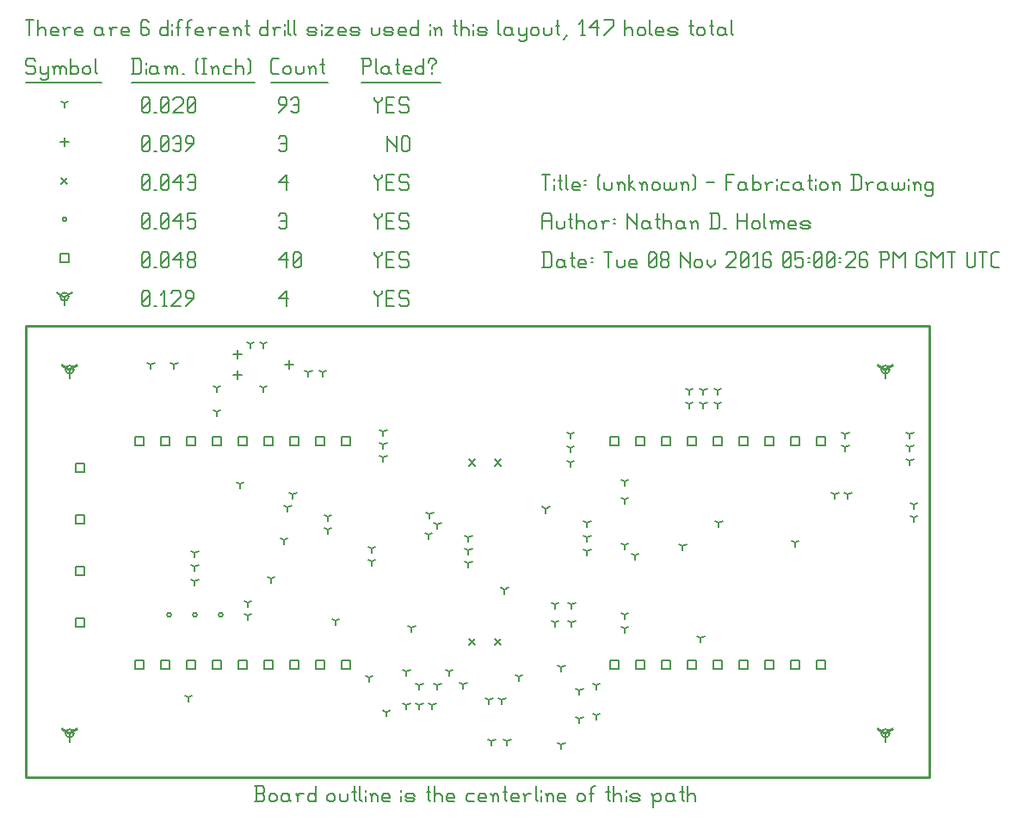
<source format=gbr>
G04 start of page 13 for group -3984 idx -3984 *
G04 Title: (unknown), fab *
G04 Creator: pcb 20140316 *
G04 CreationDate: Tue 08 Nov 2016 05:00:26 PM GMT UTC *
G04 For: ndholmes *
G04 Format: Gerber/RS-274X *
G04 PCB-Dimensions (mil): 3500.00 1750.00 *
G04 PCB-Coordinate-Origin: lower left *
%MOIN*%
%FSLAX25Y25*%
%LNFAB*%
%ADD108C,0.0100*%
%ADD107C,0.0060*%
%ADD106C,0.0001*%
%ADD105R,0.0080X0.0080*%
G54D105*X17000Y17000D02*Y13800D01*
G54D106*G36*
X16454Y17147D02*X19920Y19146D01*
X20320Y18453D01*
X16853Y16454D01*
X16454Y17147D01*
G37*
G36*
X17147Y16454D02*X13680Y18453D01*
X14080Y19146D01*
X17546Y17147D01*
X17147Y16454D01*
G37*
G54D105*X15400Y17000D02*G75*G03X18600Y17000I1600J0D01*G01*
G75*G03X15400Y17000I-1600J0D01*G01*
X333000D02*Y13800D01*
G54D106*G36*
X332454Y17147D02*X335920Y19146D01*
X336320Y18453D01*
X332853Y16454D01*
X332454Y17147D01*
G37*
G36*
X333147Y16454D02*X329680Y18453D01*
X330080Y19146D01*
X333546Y17147D01*
X333147Y16454D01*
G37*
G54D105*X331400Y17000D02*G75*G03X334600Y17000I1600J0D01*G01*
G75*G03X331400Y17000I-1600J0D01*G01*
X333000Y158000D02*Y154800D01*
G54D106*G36*
X332454Y158147D02*X335920Y160146D01*
X336320Y159453D01*
X332853Y157454D01*
X332454Y158147D01*
G37*
G36*
X333147Y157454D02*X329680Y159453D01*
X330080Y160146D01*
X333546Y158147D01*
X333147Y157454D01*
G37*
G54D105*X331400Y158000D02*G75*G03X334600Y158000I1600J0D01*G01*
G75*G03X331400Y158000I-1600J0D01*G01*
X17000D02*Y154800D01*
G54D106*G36*
X16454Y158147D02*X19920Y160146D01*
X20320Y159453D01*
X16853Y157454D01*
X16454Y158147D01*
G37*
G36*
X17147Y157454D02*X13680Y159453D01*
X14080Y160146D01*
X17546Y158147D01*
X17147Y157454D01*
G37*
G54D105*X15400Y158000D02*G75*G03X18600Y158000I1600J0D01*G01*
G75*G03X15400Y158000I-1600J0D01*G01*
X15000Y186250D02*Y183050D01*
G54D106*G36*
X14454Y186397D02*X17920Y188396D01*
X18320Y187703D01*
X14853Y185704D01*
X14454Y186397D01*
G37*
G36*
X15147Y185704D02*X11680Y187703D01*
X12080Y188396D01*
X15546Y186397D01*
X15147Y185704D01*
G37*
G54D105*X13400Y186250D02*G75*G03X16600Y186250I1600J0D01*G01*
G75*G03X13400Y186250I-1600J0D01*G01*
G54D107*X135000Y188500D02*Y187750D01*
X136500Y186250D01*
X138000Y187750D01*
Y188500D02*Y187750D01*
X136500Y186250D02*Y182500D01*
X139800Y185500D02*X142050D01*
X139800Y182500D02*X142800D01*
X139800Y188500D02*Y182500D01*
Y188500D02*X142800D01*
X147600D02*X148350Y187750D01*
X145350Y188500D02*X147600D01*
X144600Y187750D02*X145350Y188500D01*
X144600Y187750D02*Y186250D01*
X145350Y185500D01*
X147600D01*
X148350Y184750D01*
Y183250D01*
X147600Y182500D02*X148350Y183250D01*
X145350Y182500D02*X147600D01*
X144600Y183250D02*X145350Y182500D01*
X98000Y185500D02*X101000Y188500D01*
X98000Y185500D02*X101750D01*
X101000Y188500D02*Y182500D01*
X45000Y183250D02*X45750Y182500D01*
X45000Y187750D02*Y183250D01*
Y187750D02*X45750Y188500D01*
X47250D01*
X48000Y187750D01*
Y183250D01*
X47250Y182500D02*X48000Y183250D01*
X45750Y182500D02*X47250D01*
X45000Y184000D02*X48000Y187000D01*
X49800Y182500D02*X50550D01*
X53100D02*X54600D01*
X53850Y188500D02*Y182500D01*
X52350Y187000D02*X53850Y188500D01*
X56400Y187750D02*X57150Y188500D01*
X59400D01*
X60150Y187750D01*
Y186250D01*
X56400Y182500D02*X60150Y186250D01*
X56400Y182500D02*X60150D01*
X61950D02*X64950Y185500D01*
Y187750D02*Y185500D01*
X64200Y188500D02*X64950Y187750D01*
X62700Y188500D02*X64200D01*
X61950Y187750D02*X62700Y188500D01*
X61950Y187750D02*Y186250D01*
X62700Y185500D01*
X64950D01*
X306400Y45300D02*X309600D01*
X306400D02*Y42100D01*
X309600D01*
Y45300D02*Y42100D01*
X296400Y45300D02*X299600D01*
X296400D02*Y42100D01*
X299600D01*
Y45300D02*Y42100D01*
X286400Y45300D02*X289600D01*
X286400D02*Y42100D01*
X289600D01*
Y45300D02*Y42100D01*
X276400Y45300D02*X279600D01*
X276400D02*Y42100D01*
X279600D01*
Y45300D02*Y42100D01*
X266400Y45300D02*X269600D01*
X266400D02*Y42100D01*
X269600D01*
Y45300D02*Y42100D01*
X256400Y45300D02*X259600D01*
X256400D02*Y42100D01*
X259600D01*
Y45300D02*Y42100D01*
X246400Y45300D02*X249600D01*
X246400D02*Y42100D01*
X249600D01*
Y45300D02*Y42100D01*
X236400Y45300D02*X239600D01*
X236400D02*Y42100D01*
X239600D01*
Y45300D02*Y42100D01*
X226400Y45300D02*X229600D01*
X226400D02*Y42100D01*
X229600D01*
Y45300D02*Y42100D01*
X306400Y131900D02*X309600D01*
X306400D02*Y128700D01*
X309600D01*
Y131900D02*Y128700D01*
X296400Y131900D02*X299600D01*
X296400D02*Y128700D01*
X299600D01*
Y131900D02*Y128700D01*
X286400Y131900D02*X289600D01*
X286400D02*Y128700D01*
X289600D01*
Y131900D02*Y128700D01*
X276400Y131900D02*X279600D01*
X276400D02*Y128700D01*
X279600D01*
Y131900D02*Y128700D01*
X266400Y131900D02*X269600D01*
X266400D02*Y128700D01*
X269600D01*
Y131900D02*Y128700D01*
X256400Y131900D02*X259600D01*
X256400D02*Y128700D01*
X259600D01*
Y131900D02*Y128700D01*
X246400Y131900D02*X249600D01*
X246400D02*Y128700D01*
X249600D01*
Y131900D02*Y128700D01*
X236400Y131900D02*X239600D01*
X236400D02*Y128700D01*
X239600D01*
Y131900D02*Y128700D01*
X226400Y131900D02*X229600D01*
X226400D02*Y128700D01*
X229600D01*
Y131900D02*Y128700D01*
X19400Y121600D02*X22600D01*
X19400D02*Y118400D01*
X22600D01*
Y121600D02*Y118400D01*
X19400Y101600D02*X22600D01*
X19400D02*Y98400D01*
X22600D01*
Y101600D02*Y98400D01*
X19400Y81600D02*X22600D01*
X19400D02*Y78400D01*
X22600D01*
Y81600D02*Y78400D01*
X19400Y61600D02*X22600D01*
X19400D02*Y58400D01*
X22600D01*
Y61600D02*Y58400D01*
X122400Y45300D02*X125600D01*
X122400D02*Y42100D01*
X125600D01*
Y45300D02*Y42100D01*
X112400Y45300D02*X115600D01*
X112400D02*Y42100D01*
X115600D01*
Y45300D02*Y42100D01*
X102400Y45300D02*X105600D01*
X102400D02*Y42100D01*
X105600D01*
Y45300D02*Y42100D01*
X92400Y45300D02*X95600D01*
X92400D02*Y42100D01*
X95600D01*
Y45300D02*Y42100D01*
X82400Y45300D02*X85600D01*
X82400D02*Y42100D01*
X85600D01*
Y45300D02*Y42100D01*
X72400Y45300D02*X75600D01*
X72400D02*Y42100D01*
X75600D01*
Y45300D02*Y42100D01*
X62400Y45300D02*X65600D01*
X62400D02*Y42100D01*
X65600D01*
Y45300D02*Y42100D01*
X52400Y45300D02*X55600D01*
X52400D02*Y42100D01*
X55600D01*
Y45300D02*Y42100D01*
X42400Y45300D02*X45600D01*
X42400D02*Y42100D01*
X45600D01*
Y45300D02*Y42100D01*
X122400Y131900D02*X125600D01*
X122400D02*Y128700D01*
X125600D01*
Y131900D02*Y128700D01*
X112400Y131900D02*X115600D01*
X112400D02*Y128700D01*
X115600D01*
Y131900D02*Y128700D01*
X102400Y131900D02*X105600D01*
X102400D02*Y128700D01*
X105600D01*
Y131900D02*Y128700D01*
X92400Y131900D02*X95600D01*
X92400D02*Y128700D01*
X95600D01*
Y131900D02*Y128700D01*
X82400Y131900D02*X85600D01*
X82400D02*Y128700D01*
X85600D01*
Y131900D02*Y128700D01*
X72400Y131900D02*X75600D01*
X72400D02*Y128700D01*
X75600D01*
Y131900D02*Y128700D01*
X62400Y131900D02*X65600D01*
X62400D02*Y128700D01*
X65600D01*
Y131900D02*Y128700D01*
X52400Y131900D02*X55600D01*
X52400D02*Y128700D01*
X55600D01*
Y131900D02*Y128700D01*
X42400Y131900D02*X45600D01*
X42400D02*Y128700D01*
X45600D01*
Y131900D02*Y128700D01*
X13400Y202850D02*X16600D01*
X13400D02*Y199650D01*
X16600D01*
Y202850D02*Y199650D01*
X135000Y203500D02*Y202750D01*
X136500Y201250D01*
X138000Y202750D01*
Y203500D02*Y202750D01*
X136500Y201250D02*Y197500D01*
X139800Y200500D02*X142050D01*
X139800Y197500D02*X142800D01*
X139800Y203500D02*Y197500D01*
Y203500D02*X142800D01*
X147600D02*X148350Y202750D01*
X145350Y203500D02*X147600D01*
X144600Y202750D02*X145350Y203500D01*
X144600Y202750D02*Y201250D01*
X145350Y200500D01*
X147600D01*
X148350Y199750D01*
Y198250D01*
X147600Y197500D02*X148350Y198250D01*
X145350Y197500D02*X147600D01*
X144600Y198250D02*X145350Y197500D01*
X98000Y200500D02*X101000Y203500D01*
X98000Y200500D02*X101750D01*
X101000Y203500D02*Y197500D01*
X103550Y198250D02*X104300Y197500D01*
X103550Y202750D02*Y198250D01*
Y202750D02*X104300Y203500D01*
X105800D01*
X106550Y202750D01*
Y198250D01*
X105800Y197500D02*X106550Y198250D01*
X104300Y197500D02*X105800D01*
X103550Y199000D02*X106550Y202000D01*
X45000Y198250D02*X45750Y197500D01*
X45000Y202750D02*Y198250D01*
Y202750D02*X45750Y203500D01*
X47250D01*
X48000Y202750D01*
Y198250D01*
X47250Y197500D02*X48000Y198250D01*
X45750Y197500D02*X47250D01*
X45000Y199000D02*X48000Y202000D01*
X49800Y197500D02*X50550D01*
X52350Y198250D02*X53100Y197500D01*
X52350Y202750D02*Y198250D01*
Y202750D02*X53100Y203500D01*
X54600D01*
X55350Y202750D01*
Y198250D01*
X54600Y197500D02*X55350Y198250D01*
X53100Y197500D02*X54600D01*
X52350Y199000D02*X55350Y202000D01*
X57150Y200500D02*X60150Y203500D01*
X57150Y200500D02*X60900D01*
X60150Y203500D02*Y197500D01*
X62700Y198250D02*X63450Y197500D01*
X62700Y199750D02*Y198250D01*
Y199750D02*X63450Y200500D01*
X64950D01*
X65700Y199750D01*
Y198250D01*
X64950Y197500D02*X65700Y198250D01*
X63450Y197500D02*X64950D01*
X62700Y201250D02*X63450Y200500D01*
X62700Y202750D02*Y201250D01*
Y202750D02*X63450Y203500D01*
X64950D01*
X65700Y202750D01*
Y201250D01*
X64950Y200500D02*X65700Y201250D01*
X74700Y63000D02*G75*G03X76300Y63000I800J0D01*G01*
G75*G03X74700Y63000I-800J0D01*G01*
X64700D02*G75*G03X66300Y63000I800J0D01*G01*
G75*G03X64700Y63000I-800J0D01*G01*
X54700D02*G75*G03X56300Y63000I800J0D01*G01*
G75*G03X54700Y63000I-800J0D01*G01*
X14200Y216250D02*G75*G03X15800Y216250I800J0D01*G01*
G75*G03X14200Y216250I-800J0D01*G01*
X135000Y218500D02*Y217750D01*
X136500Y216250D01*
X138000Y217750D01*
Y218500D02*Y217750D01*
X136500Y216250D02*Y212500D01*
X139800Y215500D02*X142050D01*
X139800Y212500D02*X142800D01*
X139800Y218500D02*Y212500D01*
Y218500D02*X142800D01*
X147600D02*X148350Y217750D01*
X145350Y218500D02*X147600D01*
X144600Y217750D02*X145350Y218500D01*
X144600Y217750D02*Y216250D01*
X145350Y215500D01*
X147600D01*
X148350Y214750D01*
Y213250D01*
X147600Y212500D02*X148350Y213250D01*
X145350Y212500D02*X147600D01*
X144600Y213250D02*X145350Y212500D01*
X98000Y217750D02*X98750Y218500D01*
X100250D01*
X101000Y217750D01*
Y213250D01*
X100250Y212500D02*X101000Y213250D01*
X98750Y212500D02*X100250D01*
X98000Y213250D02*X98750Y212500D01*
Y215500D02*X101000D01*
X45000Y213250D02*X45750Y212500D01*
X45000Y217750D02*Y213250D01*
Y217750D02*X45750Y218500D01*
X47250D01*
X48000Y217750D01*
Y213250D01*
X47250Y212500D02*X48000Y213250D01*
X45750Y212500D02*X47250D01*
X45000Y214000D02*X48000Y217000D01*
X49800Y212500D02*X50550D01*
X52350Y213250D02*X53100Y212500D01*
X52350Y217750D02*Y213250D01*
Y217750D02*X53100Y218500D01*
X54600D01*
X55350Y217750D01*
Y213250D01*
X54600Y212500D02*X55350Y213250D01*
X53100Y212500D02*X54600D01*
X52350Y214000D02*X55350Y217000D01*
X57150Y215500D02*X60150Y218500D01*
X57150Y215500D02*X60900D01*
X60150Y218500D02*Y212500D01*
X62700Y218500D02*X65700D01*
X62700D02*Y215500D01*
X63450Y216250D01*
X64950D01*
X65700Y215500D01*
Y213250D01*
X64950Y212500D02*X65700Y213250D01*
X63450Y212500D02*X64950D01*
X62700Y213250D02*X63450Y212500D01*
X171800Y123200D02*X174200Y120800D01*
X171800D02*X174200Y123200D01*
X181800D02*X184200Y120800D01*
X181800D02*X184200Y123200D01*
X171800Y53700D02*X174200Y51300D01*
X171800D02*X174200Y53700D01*
X181800D02*X184200Y51300D01*
X181800D02*X184200Y53700D01*
X13800Y232450D02*X16200Y230050D01*
X13800D02*X16200Y232450D01*
X135000Y233500D02*Y232750D01*
X136500Y231250D01*
X138000Y232750D01*
Y233500D02*Y232750D01*
X136500Y231250D02*Y227500D01*
X139800Y230500D02*X142050D01*
X139800Y227500D02*X142800D01*
X139800Y233500D02*Y227500D01*
Y233500D02*X142800D01*
X147600D02*X148350Y232750D01*
X145350Y233500D02*X147600D01*
X144600Y232750D02*X145350Y233500D01*
X144600Y232750D02*Y231250D01*
X145350Y230500D01*
X147600D01*
X148350Y229750D01*
Y228250D01*
X147600Y227500D02*X148350Y228250D01*
X145350Y227500D02*X147600D01*
X144600Y228250D02*X145350Y227500D01*
X98000Y230500D02*X101000Y233500D01*
X98000Y230500D02*X101750D01*
X101000Y233500D02*Y227500D01*
X45000Y228250D02*X45750Y227500D01*
X45000Y232750D02*Y228250D01*
Y232750D02*X45750Y233500D01*
X47250D01*
X48000Y232750D01*
Y228250D01*
X47250Y227500D02*X48000Y228250D01*
X45750Y227500D02*X47250D01*
X45000Y229000D02*X48000Y232000D01*
X49800Y227500D02*X50550D01*
X52350Y228250D02*X53100Y227500D01*
X52350Y232750D02*Y228250D01*
Y232750D02*X53100Y233500D01*
X54600D01*
X55350Y232750D01*
Y228250D01*
X54600Y227500D02*X55350Y228250D01*
X53100Y227500D02*X54600D01*
X52350Y229000D02*X55350Y232000D01*
X57150Y230500D02*X60150Y233500D01*
X57150Y230500D02*X60900D01*
X60150Y233500D02*Y227500D01*
X62700Y232750D02*X63450Y233500D01*
X64950D01*
X65700Y232750D01*
Y228250D01*
X64950Y227500D02*X65700Y228250D01*
X63450Y227500D02*X64950D01*
X62700Y228250D02*X63450Y227500D01*
Y230500D02*X65700D01*
X102000Y161600D02*Y158400D01*
X100400Y160000D02*X103600D01*
X82000Y157600D02*Y154400D01*
X80400Y156000D02*X83600D01*
X82000Y165600D02*Y162400D01*
X80400Y164000D02*X83600D01*
X15000Y247850D02*Y244650D01*
X13400Y246250D02*X16600D01*
X140000Y248500D02*Y242500D01*
Y248500D02*Y247750D01*
X143750Y244000D01*
Y248500D02*Y242500D01*
X145550Y247750D02*Y243250D01*
Y247750D02*X146300Y248500D01*
X147800D01*
X148550Y247750D01*
Y243250D01*
X147800Y242500D02*X148550Y243250D01*
X146300Y242500D02*X147800D01*
X145550Y243250D02*X146300Y242500D01*
X98000Y247750D02*X98750Y248500D01*
X100250D01*
X101000Y247750D01*
Y243250D01*
X100250Y242500D02*X101000Y243250D01*
X98750Y242500D02*X100250D01*
X98000Y243250D02*X98750Y242500D01*
Y245500D02*X101000D01*
X45000Y243250D02*X45750Y242500D01*
X45000Y247750D02*Y243250D01*
Y247750D02*X45750Y248500D01*
X47250D01*
X48000Y247750D01*
Y243250D01*
X47250Y242500D02*X48000Y243250D01*
X45750Y242500D02*X47250D01*
X45000Y244000D02*X48000Y247000D01*
X49800Y242500D02*X50550D01*
X52350Y243250D02*X53100Y242500D01*
X52350Y247750D02*Y243250D01*
Y247750D02*X53100Y248500D01*
X54600D01*
X55350Y247750D01*
Y243250D01*
X54600Y242500D02*X55350Y243250D01*
X53100Y242500D02*X54600D01*
X52350Y244000D02*X55350Y247000D01*
X57150Y247750D02*X57900Y248500D01*
X59400D01*
X60150Y247750D01*
Y243250D01*
X59400Y242500D02*X60150Y243250D01*
X57900Y242500D02*X59400D01*
X57150Y243250D02*X57900Y242500D01*
Y245500D02*X60150D01*
X61950Y242500D02*X64950Y245500D01*
Y247750D02*Y245500D01*
X64200Y248500D02*X64950Y247750D01*
X62700Y248500D02*X64200D01*
X61950Y247750D02*X62700Y248500D01*
X61950Y247750D02*Y246250D01*
X62700Y245500D01*
X64950D01*
X120000Y60500D02*Y58900D01*
Y60500D02*X121387Y61300D01*
X120000Y60500D02*X118613Y61300D01*
X117000Y96000D02*Y94400D01*
Y96000D02*X118387Y96800D01*
X117000Y96000D02*X115613Y96800D01*
X117000Y101000D02*Y99400D01*
Y101000D02*X118387Y101800D01*
X117000Y101000D02*X115613Y101800D01*
X65500Y87000D02*Y85400D01*
Y87000D02*X66887Y87800D01*
X65500Y87000D02*X64113Y87800D01*
X65500Y81500D02*Y79900D01*
Y81500D02*X66887Y82300D01*
X65500Y81500D02*X64113Y82300D01*
X65500Y76000D02*Y74400D01*
Y76000D02*X66887Y76800D01*
X65500Y76000D02*X64113Y76800D01*
X63000Y31000D02*Y29400D01*
Y31000D02*X64387Y31800D01*
X63000Y31000D02*X61613Y31800D01*
X139700Y25100D02*Y23500D01*
Y25100D02*X141087Y25900D01*
X139700Y25100D02*X138313Y25900D01*
X169500Y36000D02*Y34400D01*
Y36000D02*X170887Y36800D01*
X169500Y36000D02*X168113Y36800D01*
X157500Y28000D02*Y26400D01*
Y28000D02*X158887Y28800D01*
X157500Y28000D02*X156113Y28800D01*
X152500Y28000D02*Y26400D01*
Y28000D02*X153887Y28800D01*
X152500Y28000D02*X151113Y28800D01*
X147500Y28000D02*Y26400D01*
Y28000D02*X148887Y28800D01*
X147500Y28000D02*X146113Y28800D01*
X147500Y41000D02*Y39400D01*
Y41000D02*X148887Y41800D01*
X147500Y41000D02*X146113Y41800D01*
X152500Y35500D02*Y33900D01*
Y35500D02*X153887Y36300D01*
X152500Y35500D02*X151113Y36300D01*
X57500Y160000D02*Y158400D01*
Y160000D02*X58887Y160800D01*
X57500Y160000D02*X56113Y160800D01*
X48500Y160000D02*Y158400D01*
Y160000D02*X49887Y160800D01*
X48500Y160000D02*X47113Y160800D01*
X109500Y157000D02*Y155400D01*
Y157000D02*X110887Y157800D01*
X109500Y157000D02*X108113Y157800D01*
X115000Y157000D02*Y155400D01*
Y157000D02*X116387Y157800D01*
X115000Y157000D02*X113613Y157800D01*
X74000Y151000D02*Y149400D01*
Y151000D02*X75387Y151800D01*
X74000Y151000D02*X72613Y151800D01*
X87000Y168000D02*Y166400D01*
Y168000D02*X88387Y168800D01*
X87000Y168000D02*X85613Y168800D01*
X74000Y141500D02*Y139900D01*
Y141500D02*X75387Y142300D01*
X74000Y141500D02*X72613Y142300D01*
X133000Y38500D02*Y36900D01*
Y38500D02*X134387Y39300D01*
X133000Y38500D02*X131613Y39300D01*
X134000Y88500D02*Y86900D01*
Y88500D02*X135387Y89300D01*
X134000Y88500D02*X132613Y89300D01*
X134000Y83500D02*Y81900D01*
Y83500D02*X135387Y84300D01*
X134000Y83500D02*X132613Y84300D01*
X86000Y62500D02*Y60900D01*
Y62500D02*X87387Y63300D01*
X86000Y62500D02*X84613Y63300D01*
X86000Y67500D02*Y65900D01*
Y67500D02*X87387Y68300D01*
X86000Y67500D02*X84613Y68300D01*
X95000Y77000D02*Y75400D01*
Y77000D02*X96387Y77800D01*
X95000Y77000D02*X93613Y77800D01*
X83000Y113500D02*Y111900D01*
Y113500D02*X84387Y114300D01*
X83000Y113500D02*X81613Y114300D01*
X103500Y109500D02*Y107900D01*
Y109500D02*X104887Y110300D01*
X103500Y109500D02*X102113Y110300D01*
X101500Y104500D02*Y102900D01*
Y104500D02*X102887Y105300D01*
X101500Y104500D02*X100113Y105300D01*
X100000Y92000D02*Y90400D01*
Y92000D02*X101387Y92800D01*
X100000Y92000D02*X98613Y92800D01*
X138500Y124000D02*Y122400D01*
Y124000D02*X139887Y124800D01*
X138500Y124000D02*X137113Y124800D01*
X92000Y168000D02*Y166400D01*
Y168000D02*X93387Y168800D01*
X92000Y168000D02*X90613Y168800D01*
X92000Y151000D02*Y149400D01*
Y151000D02*X93387Y151800D01*
X92000Y151000D02*X90613Y151800D01*
X156500Y102000D02*Y100400D01*
Y102000D02*X157887Y102800D01*
X156500Y102000D02*X155113Y102800D01*
X159500Y98000D02*Y96400D01*
Y98000D02*X160887Y98800D01*
X159500Y98000D02*X158113Y98800D01*
X156000Y94000D02*Y92400D01*
Y94000D02*X157387Y94800D01*
X156000Y94000D02*X154613Y94800D01*
X149500Y58000D02*Y56400D01*
Y58000D02*X150887Y58800D01*
X149500Y58000D02*X148113Y58800D01*
X201500Y104043D02*Y102443D01*
Y104043D02*X202887Y104843D01*
X201500Y104043D02*X200113Y104843D01*
X211000Y133000D02*Y131400D01*
Y133000D02*X212387Y133800D01*
X211000Y133000D02*X209613Y133800D01*
X211000Y127500D02*Y125900D01*
Y127500D02*X212387Y128300D01*
X211000Y127500D02*X209613Y128300D01*
X211000Y122000D02*Y120400D01*
Y122000D02*X212387Y122800D01*
X211000Y122000D02*X209613Y122800D01*
X171500Y88000D02*Y86400D01*
Y88000D02*X172887Y88800D01*
X171500Y88000D02*X170113Y88800D01*
X317500Y128000D02*Y126400D01*
Y128000D02*X318887Y128800D01*
X317500Y128000D02*X316113Y128800D01*
X317500Y133000D02*Y131400D01*
Y133000D02*X318887Y133800D01*
X317500Y133000D02*X316113Y133800D01*
X342500Y133000D02*Y131400D01*
Y133000D02*X343887Y133800D01*
X342500Y133000D02*X341113Y133800D01*
X342500Y128000D02*Y126400D01*
Y128000D02*X343887Y128800D01*
X342500Y128000D02*X341113Y128800D01*
X342500Y122500D02*Y120900D01*
Y122500D02*X343887Y123300D01*
X342500Y122500D02*X341113Y123300D01*
X257000Y150000D02*Y148400D01*
Y150000D02*X258387Y150800D01*
X257000Y150000D02*X255613Y150800D01*
X262500Y150000D02*Y148400D01*
Y150000D02*X263887Y150800D01*
X262500Y150000D02*X261113Y150800D01*
X268000Y150000D02*Y148400D01*
Y150000D02*X269387Y150800D01*
X268000Y150000D02*X266613Y150800D01*
X257000Y144500D02*Y142900D01*
Y144500D02*X258387Y145300D01*
X257000Y144500D02*X255613Y145300D01*
X262500Y144500D02*Y142900D01*
Y144500D02*X263887Y145300D01*
X262500Y144500D02*X261113Y145300D01*
X268000Y144500D02*Y142900D01*
Y144500D02*X269387Y145300D01*
X268000Y144500D02*X266613Y145300D01*
X344000Y100500D02*Y98900D01*
Y100500D02*X345387Y101300D01*
X344000Y100500D02*X342613Y101300D01*
X232000Y114500D02*Y112900D01*
Y114500D02*X233387Y115300D01*
X232000Y114500D02*X230613Y115300D01*
X232000Y107500D02*Y105900D01*
Y107500D02*X233387Y108300D01*
X232000Y107500D02*X230613Y108300D01*
X344000Y105500D02*Y103900D01*
Y105500D02*X345387Y106300D01*
X344000Y105500D02*X342613Y106300D01*
X207500Y42500D02*Y40900D01*
Y42500D02*X208887Y43300D01*
X207500Y42500D02*X206113Y43300D01*
X318500Y109500D02*Y107900D01*
Y109500D02*X319887Y110300D01*
X318500Y109500D02*X317113Y110300D01*
X268500Y98500D02*Y96900D01*
Y98500D02*X269887Y99300D01*
X268500Y98500D02*X267113Y99300D01*
X298000Y91000D02*Y89400D01*
Y91000D02*X299387Y91800D01*
X298000Y91000D02*X296613Y91800D01*
X217500Y98500D02*Y96900D01*
Y98500D02*X218887Y99300D01*
X217500Y98500D02*X216113Y99300D01*
X217500Y93000D02*Y91400D01*
Y93000D02*X218887Y93800D01*
X217500Y93000D02*X216113Y93800D01*
X217500Y87500D02*Y85900D01*
Y87500D02*X218887Y88300D01*
X217500Y87500D02*X216113Y88300D01*
X232000Y90000D02*Y88400D01*
Y90000D02*X233387Y90800D01*
X232000Y90000D02*X230613Y90800D01*
X236000Y86000D02*Y84400D01*
Y86000D02*X237387Y86800D01*
X236000Y86000D02*X234613Y86800D01*
X232000Y63000D02*Y61400D01*
Y63000D02*X233387Y63800D01*
X232000Y63000D02*X230613Y63800D01*
X232000Y57500D02*Y55900D01*
Y57500D02*X233387Y58300D01*
X232000Y57500D02*X230613Y58300D01*
X254500Y89500D02*Y87900D01*
Y89500D02*X255887Y90300D01*
X254500Y89500D02*X253113Y90300D01*
X261500Y54000D02*Y52400D01*
Y54000D02*X262887Y54800D01*
X261500Y54000D02*X260113Y54800D01*
X313500Y109500D02*Y107900D01*
Y109500D02*X314887Y110300D01*
X313500Y109500D02*X312113Y110300D01*
X138500Y134000D02*Y132400D01*
Y134000D02*X139887Y134800D01*
X138500Y134000D02*X137113Y134800D01*
X138500Y129000D02*Y127400D01*
Y129000D02*X139887Y129800D01*
X138500Y129000D02*X137113Y129800D01*
X171500Y93000D02*Y91400D01*
Y93000D02*X172887Y93800D01*
X171500Y93000D02*X170113Y93800D01*
X171500Y83000D02*Y81400D01*
Y83000D02*X172887Y83800D01*
X171500Y83000D02*X170113Y83800D01*
X185500Y72700D02*Y71100D01*
Y72700D02*X186887Y73500D01*
X185500Y72700D02*X184113Y73500D01*
X205000Y67000D02*Y65400D01*
Y67000D02*X206387Y67800D01*
X205000Y67000D02*X203613Y67800D01*
X211500Y67000D02*Y65400D01*
Y67000D02*X212887Y67800D01*
X211500Y67000D02*X210113Y67800D01*
X211500Y60000D02*Y58400D01*
Y60000D02*X212887Y60800D01*
X211500Y60000D02*X210113Y60800D01*
X205000Y60000D02*Y58400D01*
Y60000D02*X206387Y60800D01*
X205000Y60000D02*X203613Y60800D01*
X180500Y14000D02*Y12400D01*
Y14000D02*X181887Y14800D01*
X180500Y14000D02*X179113Y14800D01*
X179500Y30000D02*Y28400D01*
Y30000D02*X180887Y30800D01*
X179500Y30000D02*X178113Y30800D01*
X184500Y30000D02*Y28400D01*
Y30000D02*X185887Y30800D01*
X184500Y30000D02*X183113Y30800D01*
X164000Y41000D02*Y39400D01*
Y41000D02*X165387Y41800D01*
X164000Y41000D02*X162613Y41800D01*
X159500Y35500D02*Y33900D01*
Y35500D02*X160887Y36300D01*
X159500Y35500D02*X158113Y36300D01*
X214500Y33500D02*Y31900D01*
Y33500D02*X215887Y34300D01*
X214500Y33500D02*X213113Y34300D01*
X221000Y35500D02*Y33900D01*
Y35500D02*X222387Y36300D01*
X221000Y35500D02*X219613Y36300D01*
X221000Y24000D02*Y22400D01*
Y24000D02*X222387Y24800D01*
X221000Y24000D02*X219613Y24800D01*
X214500Y22500D02*Y20900D01*
Y22500D02*X215887Y23300D01*
X214500Y22500D02*X213113Y23300D01*
X191000Y39000D02*Y37400D01*
Y39000D02*X192387Y39800D01*
X191000Y39000D02*X189613Y39800D01*
X186500Y14000D02*Y12400D01*
Y14000D02*X187887Y14800D01*
X186500Y14000D02*X185113Y14800D01*
X207500Y12500D02*Y10900D01*
Y12500D02*X208887Y13300D01*
X207500Y12500D02*X206113Y13300D01*
X15000Y261250D02*Y259650D01*
Y261250D02*X16387Y262050D01*
X15000Y261250D02*X13613Y262050D01*
X135000Y263500D02*Y262750D01*
X136500Y261250D01*
X138000Y262750D01*
Y263500D02*Y262750D01*
X136500Y261250D02*Y257500D01*
X139800Y260500D02*X142050D01*
X139800Y257500D02*X142800D01*
X139800Y263500D02*Y257500D01*
Y263500D02*X142800D01*
X147600D02*X148350Y262750D01*
X145350Y263500D02*X147600D01*
X144600Y262750D02*X145350Y263500D01*
X144600Y262750D02*Y261250D01*
X145350Y260500D01*
X147600D01*
X148350Y259750D01*
Y258250D01*
X147600Y257500D02*X148350Y258250D01*
X145350Y257500D02*X147600D01*
X144600Y258250D02*X145350Y257500D01*
X98000D02*X101000Y260500D01*
Y262750D02*Y260500D01*
X100250Y263500D02*X101000Y262750D01*
X98750Y263500D02*X100250D01*
X98000Y262750D02*X98750Y263500D01*
X98000Y262750D02*Y261250D01*
X98750Y260500D01*
X101000D01*
X102800Y262750D02*X103550Y263500D01*
X105050D01*
X105800Y262750D01*
Y258250D01*
X105050Y257500D02*X105800Y258250D01*
X103550Y257500D02*X105050D01*
X102800Y258250D02*X103550Y257500D01*
Y260500D02*X105800D01*
X45000Y258250D02*X45750Y257500D01*
X45000Y262750D02*Y258250D01*
Y262750D02*X45750Y263500D01*
X47250D01*
X48000Y262750D01*
Y258250D01*
X47250Y257500D02*X48000Y258250D01*
X45750Y257500D02*X47250D01*
X45000Y259000D02*X48000Y262000D01*
X49800Y257500D02*X50550D01*
X52350Y258250D02*X53100Y257500D01*
X52350Y262750D02*Y258250D01*
Y262750D02*X53100Y263500D01*
X54600D01*
X55350Y262750D01*
Y258250D01*
X54600Y257500D02*X55350Y258250D01*
X53100Y257500D02*X54600D01*
X52350Y259000D02*X55350Y262000D01*
X57150Y262750D02*X57900Y263500D01*
X60150D01*
X60900Y262750D01*
Y261250D01*
X57150Y257500D02*X60900Y261250D01*
X57150Y257500D02*X60900D01*
X62700Y258250D02*X63450Y257500D01*
X62700Y262750D02*Y258250D01*
Y262750D02*X63450Y263500D01*
X64950D01*
X65700Y262750D01*
Y258250D01*
X64950Y257500D02*X65700Y258250D01*
X63450Y257500D02*X64950D01*
X62700Y259000D02*X65700Y262000D01*
X3000Y278500D02*X3750Y277750D01*
X750Y278500D02*X3000D01*
X0Y277750D02*X750Y278500D01*
X0Y277750D02*Y276250D01*
X750Y275500D01*
X3000D01*
X3750Y274750D01*
Y273250D01*
X3000Y272500D02*X3750Y273250D01*
X750Y272500D02*X3000D01*
X0Y273250D02*X750Y272500D01*
X5550Y275500D02*Y273250D01*
X6300Y272500D01*
X8550Y275500D02*Y271000D01*
X7800Y270250D02*X8550Y271000D01*
X6300Y270250D02*X7800D01*
X5550Y271000D02*X6300Y270250D01*
Y272500D02*X7800D01*
X8550Y273250D01*
X11100Y274750D02*Y272500D01*
Y274750D02*X11850Y275500D01*
X12600D01*
X13350Y274750D01*
Y272500D01*
Y274750D02*X14100Y275500D01*
X14850D01*
X15600Y274750D01*
Y272500D01*
X10350Y275500D02*X11100Y274750D01*
X17400Y278500D02*Y272500D01*
Y273250D02*X18150Y272500D01*
X19650D01*
X20400Y273250D01*
Y274750D02*Y273250D01*
X19650Y275500D02*X20400Y274750D01*
X18150Y275500D02*X19650D01*
X17400Y274750D02*X18150Y275500D01*
X22200Y274750D02*Y273250D01*
Y274750D02*X22950Y275500D01*
X24450D01*
X25200Y274750D01*
Y273250D01*
X24450Y272500D02*X25200Y273250D01*
X22950Y272500D02*X24450D01*
X22200Y273250D02*X22950Y272500D01*
X27000Y278500D02*Y273250D01*
X27750Y272500D01*
X0Y269250D02*X29250D01*
X41750Y278500D02*Y272500D01*
X44000Y278500D02*X44750Y277750D01*
Y273250D01*
X44000Y272500D02*X44750Y273250D01*
X41000Y272500D02*X44000D01*
X41000Y278500D02*X44000D01*
X46550Y277000D02*Y276250D01*
Y274750D02*Y272500D01*
X50300Y275500D02*X51050Y274750D01*
X48800Y275500D02*X50300D01*
X48050Y274750D02*X48800Y275500D01*
X48050Y274750D02*Y273250D01*
X48800Y272500D01*
X51050Y275500D02*Y273250D01*
X51800Y272500D01*
X48800D02*X50300D01*
X51050Y273250D01*
X54350Y274750D02*Y272500D01*
Y274750D02*X55100Y275500D01*
X55850D01*
X56600Y274750D01*
Y272500D01*
Y274750D02*X57350Y275500D01*
X58100D01*
X58850Y274750D01*
Y272500D01*
X53600Y275500D02*X54350Y274750D01*
X60650Y272500D02*X61400D01*
X65900Y273250D02*X66650Y272500D01*
X65900Y277750D02*X66650Y278500D01*
X65900Y277750D02*Y273250D01*
X68450Y278500D02*X69950D01*
X69200D02*Y272500D01*
X68450D02*X69950D01*
X72500Y274750D02*Y272500D01*
Y274750D02*X73250Y275500D01*
X74000D01*
X74750Y274750D01*
Y272500D01*
X71750Y275500D02*X72500Y274750D01*
X77300Y275500D02*X79550D01*
X76550Y274750D02*X77300Y275500D01*
X76550Y274750D02*Y273250D01*
X77300Y272500D01*
X79550D01*
X81350Y278500D02*Y272500D01*
Y274750D02*X82100Y275500D01*
X83600D01*
X84350Y274750D01*
Y272500D01*
X86150Y278500D02*X86900Y277750D01*
Y273250D01*
X86150Y272500D02*X86900Y273250D01*
X41000Y269250D02*X88700D01*
X95750Y272500D02*X98000D01*
X95000Y273250D02*X95750Y272500D01*
X95000Y277750D02*Y273250D01*
Y277750D02*X95750Y278500D01*
X98000D01*
X99800Y274750D02*Y273250D01*
Y274750D02*X100550Y275500D01*
X102050D01*
X102800Y274750D01*
Y273250D01*
X102050Y272500D02*X102800Y273250D01*
X100550Y272500D02*X102050D01*
X99800Y273250D02*X100550Y272500D01*
X104600Y275500D02*Y273250D01*
X105350Y272500D01*
X106850D01*
X107600Y273250D01*
Y275500D02*Y273250D01*
X110150Y274750D02*Y272500D01*
Y274750D02*X110900Y275500D01*
X111650D01*
X112400Y274750D01*
Y272500D01*
X109400Y275500D02*X110150Y274750D01*
X114950Y278500D02*Y273250D01*
X115700Y272500D01*
X114200Y276250D02*X115700D01*
X95000Y269250D02*X117200D01*
X130750Y278500D02*Y272500D01*
X130000Y278500D02*X133000D01*
X133750Y277750D01*
Y276250D01*
X133000Y275500D02*X133750Y276250D01*
X130750Y275500D02*X133000D01*
X135550Y278500D02*Y273250D01*
X136300Y272500D01*
X140050Y275500D02*X140800Y274750D01*
X138550Y275500D02*X140050D01*
X137800Y274750D02*X138550Y275500D01*
X137800Y274750D02*Y273250D01*
X138550Y272500D01*
X140800Y275500D02*Y273250D01*
X141550Y272500D01*
X138550D02*X140050D01*
X140800Y273250D01*
X144100Y278500D02*Y273250D01*
X144850Y272500D01*
X143350Y276250D02*X144850D01*
X147100Y272500D02*X149350D01*
X146350Y273250D02*X147100Y272500D01*
X146350Y274750D02*Y273250D01*
Y274750D02*X147100Y275500D01*
X148600D01*
X149350Y274750D01*
X146350Y274000D02*X149350D01*
Y274750D02*Y274000D01*
X154150Y278500D02*Y272500D01*
X153400D02*X154150Y273250D01*
X151900Y272500D02*X153400D01*
X151150Y273250D02*X151900Y272500D01*
X151150Y274750D02*Y273250D01*
Y274750D02*X151900Y275500D01*
X153400D01*
X154150Y274750D01*
X157450Y275500D02*Y274750D01*
Y273250D02*Y272500D01*
X155950Y277750D02*Y277000D01*
Y277750D02*X156700Y278500D01*
X158200D01*
X158950Y277750D01*
Y277000D01*
X157450Y275500D02*X158950Y277000D01*
X130000Y269250D02*X160750D01*
X0Y293500D02*X3000D01*
X1500D02*Y287500D01*
X4800Y293500D02*Y287500D01*
Y289750D02*X5550Y290500D01*
X7050D01*
X7800Y289750D01*
Y287500D01*
X10350D02*X12600D01*
X9600Y288250D02*X10350Y287500D01*
X9600Y289750D02*Y288250D01*
Y289750D02*X10350Y290500D01*
X11850D01*
X12600Y289750D01*
X9600Y289000D02*X12600D01*
Y289750D02*Y289000D01*
X15150Y289750D02*Y287500D01*
Y289750D02*X15900Y290500D01*
X17400D01*
X14400D02*X15150Y289750D01*
X19950Y287500D02*X22200D01*
X19200Y288250D02*X19950Y287500D01*
X19200Y289750D02*Y288250D01*
Y289750D02*X19950Y290500D01*
X21450D01*
X22200Y289750D01*
X19200Y289000D02*X22200D01*
Y289750D02*Y289000D01*
X28950Y290500D02*X29700Y289750D01*
X27450Y290500D02*X28950D01*
X26700Y289750D02*X27450Y290500D01*
X26700Y289750D02*Y288250D01*
X27450Y287500D01*
X29700Y290500D02*Y288250D01*
X30450Y287500D01*
X27450D02*X28950D01*
X29700Y288250D01*
X33000Y289750D02*Y287500D01*
Y289750D02*X33750Y290500D01*
X35250D01*
X32250D02*X33000Y289750D01*
X37800Y287500D02*X40050D01*
X37050Y288250D02*X37800Y287500D01*
X37050Y289750D02*Y288250D01*
Y289750D02*X37800Y290500D01*
X39300D01*
X40050Y289750D01*
X37050Y289000D02*X40050D01*
Y289750D02*Y289000D01*
X46800Y293500D02*X47550Y292750D01*
X45300Y293500D02*X46800D01*
X44550Y292750D02*X45300Y293500D01*
X44550Y292750D02*Y288250D01*
X45300Y287500D01*
X46800Y290500D02*X47550Y289750D01*
X44550Y290500D02*X46800D01*
X45300Y287500D02*X46800D01*
X47550Y288250D01*
Y289750D02*Y288250D01*
X55050Y293500D02*Y287500D01*
X54300D02*X55050Y288250D01*
X52800Y287500D02*X54300D01*
X52050Y288250D02*X52800Y287500D01*
X52050Y289750D02*Y288250D01*
Y289750D02*X52800Y290500D01*
X54300D01*
X55050Y289750D01*
X56850Y292000D02*Y291250D01*
Y289750D02*Y287500D01*
X59100Y292750D02*Y287500D01*
Y292750D02*X59850Y293500D01*
X60600D01*
X58350Y290500D02*X59850D01*
X62850Y292750D02*Y287500D01*
Y292750D02*X63600Y293500D01*
X64350D01*
X62100Y290500D02*X63600D01*
X66600Y287500D02*X68850D01*
X65850Y288250D02*X66600Y287500D01*
X65850Y289750D02*Y288250D01*
Y289750D02*X66600Y290500D01*
X68100D01*
X68850Y289750D01*
X65850Y289000D02*X68850D01*
Y289750D02*Y289000D01*
X71400Y289750D02*Y287500D01*
Y289750D02*X72150Y290500D01*
X73650D01*
X70650D02*X71400Y289750D01*
X76200Y287500D02*X78450D01*
X75450Y288250D02*X76200Y287500D01*
X75450Y289750D02*Y288250D01*
Y289750D02*X76200Y290500D01*
X77700D01*
X78450Y289750D01*
X75450Y289000D02*X78450D01*
Y289750D02*Y289000D01*
X81000Y289750D02*Y287500D01*
Y289750D02*X81750Y290500D01*
X82500D01*
X83250Y289750D01*
Y287500D01*
X80250Y290500D02*X81000Y289750D01*
X85800Y293500D02*Y288250D01*
X86550Y287500D01*
X85050Y291250D02*X86550D01*
X93750Y293500D02*Y287500D01*
X93000D02*X93750Y288250D01*
X91500Y287500D02*X93000D01*
X90750Y288250D02*X91500Y287500D01*
X90750Y289750D02*Y288250D01*
Y289750D02*X91500Y290500D01*
X93000D01*
X93750Y289750D01*
X96300D02*Y287500D01*
Y289750D02*X97050Y290500D01*
X98550D01*
X95550D02*X96300Y289750D01*
X100350Y292000D02*Y291250D01*
Y289750D02*Y287500D01*
X101850Y293500D02*Y288250D01*
X102600Y287500D01*
X104100Y293500D02*Y288250D01*
X104850Y287500D01*
X109800D02*X112050D01*
X112800Y288250D01*
X112050Y289000D02*X112800Y288250D01*
X109800Y289000D02*X112050D01*
X109050Y289750D02*X109800Y289000D01*
X109050Y289750D02*X109800Y290500D01*
X112050D01*
X112800Y289750D01*
X109050Y288250D02*X109800Y287500D01*
X114600Y292000D02*Y291250D01*
Y289750D02*Y287500D01*
X116100Y290500D02*X119100D01*
X116100Y287500D02*X119100Y290500D01*
X116100Y287500D02*X119100D01*
X121650D02*X123900D01*
X120900Y288250D02*X121650Y287500D01*
X120900Y289750D02*Y288250D01*
Y289750D02*X121650Y290500D01*
X123150D01*
X123900Y289750D01*
X120900Y289000D02*X123900D01*
Y289750D02*Y289000D01*
X126450Y287500D02*X128700D01*
X129450Y288250D01*
X128700Y289000D02*X129450Y288250D01*
X126450Y289000D02*X128700D01*
X125700Y289750D02*X126450Y289000D01*
X125700Y289750D02*X126450Y290500D01*
X128700D01*
X129450Y289750D01*
X125700Y288250D02*X126450Y287500D01*
X133950Y290500D02*Y288250D01*
X134700Y287500D01*
X136200D01*
X136950Y288250D01*
Y290500D02*Y288250D01*
X139500Y287500D02*X141750D01*
X142500Y288250D01*
X141750Y289000D02*X142500Y288250D01*
X139500Y289000D02*X141750D01*
X138750Y289750D02*X139500Y289000D01*
X138750Y289750D02*X139500Y290500D01*
X141750D01*
X142500Y289750D01*
X138750Y288250D02*X139500Y287500D01*
X145050D02*X147300D01*
X144300Y288250D02*X145050Y287500D01*
X144300Y289750D02*Y288250D01*
Y289750D02*X145050Y290500D01*
X146550D01*
X147300Y289750D01*
X144300Y289000D02*X147300D01*
Y289750D02*Y289000D01*
X152100Y293500D02*Y287500D01*
X151350D02*X152100Y288250D01*
X149850Y287500D02*X151350D01*
X149100Y288250D02*X149850Y287500D01*
X149100Y289750D02*Y288250D01*
Y289750D02*X149850Y290500D01*
X151350D01*
X152100Y289750D01*
X156600Y292000D02*Y291250D01*
Y289750D02*Y287500D01*
X158850Y289750D02*Y287500D01*
Y289750D02*X159600Y290500D01*
X160350D01*
X161100Y289750D01*
Y287500D01*
X158100Y290500D02*X158850Y289750D01*
X166350Y293500D02*Y288250D01*
X167100Y287500D01*
X165600Y291250D02*X167100D01*
X168600Y293500D02*Y287500D01*
Y289750D02*X169350Y290500D01*
X170850D01*
X171600Y289750D01*
Y287500D01*
X173400Y292000D02*Y291250D01*
Y289750D02*Y287500D01*
X175650D02*X177900D01*
X178650Y288250D01*
X177900Y289000D02*X178650Y288250D01*
X175650Y289000D02*X177900D01*
X174900Y289750D02*X175650Y289000D01*
X174900Y289750D02*X175650Y290500D01*
X177900D01*
X178650Y289750D01*
X174900Y288250D02*X175650Y287500D01*
X183150Y293500D02*Y288250D01*
X183900Y287500D01*
X187650Y290500D02*X188400Y289750D01*
X186150Y290500D02*X187650D01*
X185400Y289750D02*X186150Y290500D01*
X185400Y289750D02*Y288250D01*
X186150Y287500D01*
X188400Y290500D02*Y288250D01*
X189150Y287500D01*
X186150D02*X187650D01*
X188400Y288250D01*
X190950Y290500D02*Y288250D01*
X191700Y287500D01*
X193950Y290500D02*Y286000D01*
X193200Y285250D02*X193950Y286000D01*
X191700Y285250D02*X193200D01*
X190950Y286000D02*X191700Y285250D01*
Y287500D02*X193200D01*
X193950Y288250D01*
X195750Y289750D02*Y288250D01*
Y289750D02*X196500Y290500D01*
X198000D01*
X198750Y289750D01*
Y288250D01*
X198000Y287500D02*X198750Y288250D01*
X196500Y287500D02*X198000D01*
X195750Y288250D02*X196500Y287500D01*
X200550Y290500D02*Y288250D01*
X201300Y287500D01*
X202800D01*
X203550Y288250D01*
Y290500D02*Y288250D01*
X206100Y293500D02*Y288250D01*
X206850Y287500D01*
X205350Y291250D02*X206850D01*
X208350Y286000D02*X209850Y287500D01*
X215100D02*X216600D01*
X215850Y293500D02*Y287500D01*
X214350Y292000D02*X215850Y293500D01*
X218400Y290500D02*X221400Y293500D01*
X218400Y290500D02*X222150D01*
X221400Y293500D02*Y287500D01*
X223950D02*X227700Y291250D01*
Y293500D02*Y291250D01*
X223950Y293500D02*X227700D01*
X232200D02*Y287500D01*
Y289750D02*X232950Y290500D01*
X234450D01*
X235200Y289750D01*
Y287500D01*
X237000Y289750D02*Y288250D01*
Y289750D02*X237750Y290500D01*
X239250D01*
X240000Y289750D01*
Y288250D01*
X239250Y287500D02*X240000Y288250D01*
X237750Y287500D02*X239250D01*
X237000Y288250D02*X237750Y287500D01*
X241800Y293500D02*Y288250D01*
X242550Y287500D01*
X244800D02*X247050D01*
X244050Y288250D02*X244800Y287500D01*
X244050Y289750D02*Y288250D01*
Y289750D02*X244800Y290500D01*
X246300D01*
X247050Y289750D01*
X244050Y289000D02*X247050D01*
Y289750D02*Y289000D01*
X249600Y287500D02*X251850D01*
X252600Y288250D01*
X251850Y289000D02*X252600Y288250D01*
X249600Y289000D02*X251850D01*
X248850Y289750D02*X249600Y289000D01*
X248850Y289750D02*X249600Y290500D01*
X251850D01*
X252600Y289750D01*
X248850Y288250D02*X249600Y287500D01*
X257850Y293500D02*Y288250D01*
X258600Y287500D01*
X257100Y291250D02*X258600D01*
X260100Y289750D02*Y288250D01*
Y289750D02*X260850Y290500D01*
X262350D01*
X263100Y289750D01*
Y288250D01*
X262350Y287500D02*X263100Y288250D01*
X260850Y287500D02*X262350D01*
X260100Y288250D02*X260850Y287500D01*
X265650Y293500D02*Y288250D01*
X266400Y287500D01*
X264900Y291250D02*X266400D01*
X270150Y290500D02*X270900Y289750D01*
X268650Y290500D02*X270150D01*
X267900Y289750D02*X268650Y290500D01*
X267900Y289750D02*Y288250D01*
X268650Y287500D01*
X270900Y290500D02*Y288250D01*
X271650Y287500D01*
X268650D02*X270150D01*
X270900Y288250D01*
X273450Y293500D02*Y288250D01*
X274200Y287500D01*
G54D108*X0Y0D02*X350000D01*
Y175000D01*
X0D01*
Y0D01*
G54D107*X88675Y-9500D02*X91675D01*
X92425Y-8750D01*
Y-7250D02*Y-8750D01*
X91675Y-6500D02*X92425Y-7250D01*
X89425Y-6500D02*X91675D01*
X89425Y-3500D02*Y-9500D01*
X88675Y-3500D02*X91675D01*
X92425Y-4250D01*
Y-5750D01*
X91675Y-6500D02*X92425Y-5750D01*
X94225Y-7250D02*Y-8750D01*
Y-7250D02*X94975Y-6500D01*
X96475D01*
X97225Y-7250D01*
Y-8750D01*
X96475Y-9500D02*X97225Y-8750D01*
X94975Y-9500D02*X96475D01*
X94225Y-8750D02*X94975Y-9500D01*
X101275Y-6500D02*X102025Y-7250D01*
X99775Y-6500D02*X101275D01*
X99025Y-7250D02*X99775Y-6500D01*
X99025Y-7250D02*Y-8750D01*
X99775Y-9500D01*
X102025Y-6500D02*Y-8750D01*
X102775Y-9500D01*
X99775D02*X101275D01*
X102025Y-8750D01*
X105325Y-7250D02*Y-9500D01*
Y-7250D02*X106075Y-6500D01*
X107575D01*
X104575D02*X105325Y-7250D01*
X112375Y-3500D02*Y-9500D01*
X111625D02*X112375Y-8750D01*
X110125Y-9500D02*X111625D01*
X109375Y-8750D02*X110125Y-9500D01*
X109375Y-7250D02*Y-8750D01*
Y-7250D02*X110125Y-6500D01*
X111625D01*
X112375Y-7250D01*
X116875D02*Y-8750D01*
Y-7250D02*X117625Y-6500D01*
X119125D01*
X119875Y-7250D01*
Y-8750D01*
X119125Y-9500D02*X119875Y-8750D01*
X117625Y-9500D02*X119125D01*
X116875Y-8750D02*X117625Y-9500D01*
X121675Y-6500D02*Y-8750D01*
X122425Y-9500D01*
X123925D01*
X124675Y-8750D01*
Y-6500D02*Y-8750D01*
X127225Y-3500D02*Y-8750D01*
X127975Y-9500D01*
X126475Y-5750D02*X127975D01*
X129475Y-3500D02*Y-8750D01*
X130225Y-9500D01*
X131725Y-5000D02*Y-5750D01*
Y-7250D02*Y-9500D01*
X133975Y-7250D02*Y-9500D01*
Y-7250D02*X134725Y-6500D01*
X135475D01*
X136225Y-7250D01*
Y-9500D01*
X133225Y-6500D02*X133975Y-7250D01*
X138775Y-9500D02*X141025D01*
X138025Y-8750D02*X138775Y-9500D01*
X138025Y-7250D02*Y-8750D01*
Y-7250D02*X138775Y-6500D01*
X140275D01*
X141025Y-7250D01*
X138025Y-8000D02*X141025D01*
Y-7250D02*Y-8000D01*
X145525Y-5000D02*Y-5750D01*
Y-7250D02*Y-9500D01*
X147775D02*X150025D01*
X150775Y-8750D01*
X150025Y-8000D02*X150775Y-8750D01*
X147775Y-8000D02*X150025D01*
X147025Y-7250D02*X147775Y-8000D01*
X147025Y-7250D02*X147775Y-6500D01*
X150025D01*
X150775Y-7250D01*
X147025Y-8750D02*X147775Y-9500D01*
X156025Y-3500D02*Y-8750D01*
X156775Y-9500D01*
X155275Y-5750D02*X156775D01*
X158275Y-3500D02*Y-9500D01*
Y-7250D02*X159025Y-6500D01*
X160525D01*
X161275Y-7250D01*
Y-9500D01*
X163825D02*X166075D01*
X163075Y-8750D02*X163825Y-9500D01*
X163075Y-7250D02*Y-8750D01*
Y-7250D02*X163825Y-6500D01*
X165325D01*
X166075Y-7250D01*
X163075Y-8000D02*X166075D01*
Y-7250D02*Y-8000D01*
X171325Y-6500D02*X173575D01*
X170575Y-7250D02*X171325Y-6500D01*
X170575Y-7250D02*Y-8750D01*
X171325Y-9500D01*
X173575D01*
X176125D02*X178375D01*
X175375Y-8750D02*X176125Y-9500D01*
X175375Y-7250D02*Y-8750D01*
Y-7250D02*X176125Y-6500D01*
X177625D01*
X178375Y-7250D01*
X175375Y-8000D02*X178375D01*
Y-7250D02*Y-8000D01*
X180925Y-7250D02*Y-9500D01*
Y-7250D02*X181675Y-6500D01*
X182425D01*
X183175Y-7250D01*
Y-9500D01*
X180175Y-6500D02*X180925Y-7250D01*
X185725Y-3500D02*Y-8750D01*
X186475Y-9500D01*
X184975Y-5750D02*X186475D01*
X188725Y-9500D02*X190975D01*
X187975Y-8750D02*X188725Y-9500D01*
X187975Y-7250D02*Y-8750D01*
Y-7250D02*X188725Y-6500D01*
X190225D01*
X190975Y-7250D01*
X187975Y-8000D02*X190975D01*
Y-7250D02*Y-8000D01*
X193525Y-7250D02*Y-9500D01*
Y-7250D02*X194275Y-6500D01*
X195775D01*
X192775D02*X193525Y-7250D01*
X197575Y-3500D02*Y-8750D01*
X198325Y-9500D01*
X199825Y-5000D02*Y-5750D01*
Y-7250D02*Y-9500D01*
X202075Y-7250D02*Y-9500D01*
Y-7250D02*X202825Y-6500D01*
X203575D01*
X204325Y-7250D01*
Y-9500D01*
X201325Y-6500D02*X202075Y-7250D01*
X206875Y-9500D02*X209125D01*
X206125Y-8750D02*X206875Y-9500D01*
X206125Y-7250D02*Y-8750D01*
Y-7250D02*X206875Y-6500D01*
X208375D01*
X209125Y-7250D01*
X206125Y-8000D02*X209125D01*
Y-7250D02*Y-8000D01*
X213625Y-7250D02*Y-8750D01*
Y-7250D02*X214375Y-6500D01*
X215875D01*
X216625Y-7250D01*
Y-8750D01*
X215875Y-9500D02*X216625Y-8750D01*
X214375Y-9500D02*X215875D01*
X213625Y-8750D02*X214375Y-9500D01*
X219175Y-4250D02*Y-9500D01*
Y-4250D02*X219925Y-3500D01*
X220675D01*
X218425Y-6500D02*X219925D01*
X225625Y-3500D02*Y-8750D01*
X226375Y-9500D01*
X224875Y-5750D02*X226375D01*
X227875Y-3500D02*Y-9500D01*
Y-7250D02*X228625Y-6500D01*
X230125D01*
X230875Y-7250D01*
Y-9500D01*
X232675Y-5000D02*Y-5750D01*
Y-7250D02*Y-9500D01*
X234925D02*X237175D01*
X237925Y-8750D01*
X237175Y-8000D02*X237925Y-8750D01*
X234925Y-8000D02*X237175D01*
X234175Y-7250D02*X234925Y-8000D01*
X234175Y-7250D02*X234925Y-6500D01*
X237175D01*
X237925Y-7250D01*
X234175Y-8750D02*X234925Y-9500D01*
X243175Y-7250D02*Y-11750D01*
X242425Y-6500D02*X243175Y-7250D01*
X243925Y-6500D01*
X245425D01*
X246175Y-7250D01*
Y-8750D01*
X245425Y-9500D02*X246175Y-8750D01*
X243925Y-9500D02*X245425D01*
X243175Y-8750D02*X243925Y-9500D01*
X250225Y-6500D02*X250975Y-7250D01*
X248725Y-6500D02*X250225D01*
X247975Y-7250D02*X248725Y-6500D01*
X247975Y-7250D02*Y-8750D01*
X248725Y-9500D01*
X250975Y-6500D02*Y-8750D01*
X251725Y-9500D01*
X248725D02*X250225D01*
X250975Y-8750D01*
X254275Y-3500D02*Y-8750D01*
X255025Y-9500D01*
X253525Y-5750D02*X255025D01*
X256525Y-3500D02*Y-9500D01*
Y-7250D02*X257275Y-6500D01*
X258775D01*
X259525Y-7250D01*
Y-9500D01*
X200750Y203500D02*Y197500D01*
X203000Y203500D02*X203750Y202750D01*
Y198250D01*
X203000Y197500D02*X203750Y198250D01*
X200000Y197500D02*X203000D01*
X200000Y203500D02*X203000D01*
X207800Y200500D02*X208550Y199750D01*
X206300Y200500D02*X207800D01*
X205550Y199750D02*X206300Y200500D01*
X205550Y199750D02*Y198250D01*
X206300Y197500D01*
X208550Y200500D02*Y198250D01*
X209300Y197500D01*
X206300D02*X207800D01*
X208550Y198250D01*
X211850Y203500D02*Y198250D01*
X212600Y197500D01*
X211100Y201250D02*X212600D01*
X214850Y197500D02*X217100D01*
X214100Y198250D02*X214850Y197500D01*
X214100Y199750D02*Y198250D01*
Y199750D02*X214850Y200500D01*
X216350D01*
X217100Y199750D01*
X214100Y199000D02*X217100D01*
Y199750D02*Y199000D01*
X218900Y201250D02*X219650D01*
X218900Y199750D02*X219650D01*
X224150Y203500D02*X227150D01*
X225650D02*Y197500D01*
X228950Y200500D02*Y198250D01*
X229700Y197500D01*
X231200D01*
X231950Y198250D01*
Y200500D02*Y198250D01*
X234500Y197500D02*X236750D01*
X233750Y198250D02*X234500Y197500D01*
X233750Y199750D02*Y198250D01*
Y199750D02*X234500Y200500D01*
X236000D01*
X236750Y199750D01*
X233750Y199000D02*X236750D01*
Y199750D02*Y199000D01*
X241250Y198250D02*X242000Y197500D01*
X241250Y202750D02*Y198250D01*
Y202750D02*X242000Y203500D01*
X243500D01*
X244250Y202750D01*
Y198250D01*
X243500Y197500D02*X244250Y198250D01*
X242000Y197500D02*X243500D01*
X241250Y199000D02*X244250Y202000D01*
X246050Y198250D02*X246800Y197500D01*
X246050Y199750D02*Y198250D01*
Y199750D02*X246800Y200500D01*
X248300D01*
X249050Y199750D01*
Y198250D01*
X248300Y197500D02*X249050Y198250D01*
X246800Y197500D02*X248300D01*
X246050Y201250D02*X246800Y200500D01*
X246050Y202750D02*Y201250D01*
Y202750D02*X246800Y203500D01*
X248300D01*
X249050Y202750D01*
Y201250D01*
X248300Y200500D02*X249050Y201250D01*
X253550Y203500D02*Y197500D01*
Y203500D02*Y202750D01*
X257300Y199000D01*
Y203500D02*Y197500D01*
X259100Y199750D02*Y198250D01*
Y199750D02*X259850Y200500D01*
X261350D01*
X262100Y199750D01*
Y198250D01*
X261350Y197500D02*X262100Y198250D01*
X259850Y197500D02*X261350D01*
X259100Y198250D02*X259850Y197500D01*
X263900Y200500D02*Y199000D01*
X265400Y197500D01*
X266900Y199000D01*
Y200500D02*Y199000D01*
X271400Y202750D02*X272150Y203500D01*
X274400D01*
X275150Y202750D01*
Y201250D01*
X271400Y197500D02*X275150Y201250D01*
X271400Y197500D02*X275150D01*
X276950Y198250D02*X277700Y197500D01*
X276950Y202750D02*Y198250D01*
Y202750D02*X277700Y203500D01*
X279200D01*
X279950Y202750D01*
Y198250D01*
X279200Y197500D02*X279950Y198250D01*
X277700Y197500D02*X279200D01*
X276950Y199000D02*X279950Y202000D01*
X282500Y197500D02*X284000D01*
X283250Y203500D02*Y197500D01*
X281750Y202000D02*X283250Y203500D01*
X288050D02*X288800Y202750D01*
X286550Y203500D02*X288050D01*
X285800Y202750D02*X286550Y203500D01*
X285800Y202750D02*Y198250D01*
X286550Y197500D01*
X288050Y200500D02*X288800Y199750D01*
X285800Y200500D02*X288050D01*
X286550Y197500D02*X288050D01*
X288800Y198250D01*
Y199750D02*Y198250D01*
X293300D02*X294050Y197500D01*
X293300Y202750D02*Y198250D01*
Y202750D02*X294050Y203500D01*
X295550D01*
X296300Y202750D01*
Y198250D01*
X295550Y197500D02*X296300Y198250D01*
X294050Y197500D02*X295550D01*
X293300Y199000D02*X296300Y202000D01*
X298100Y203500D02*X301100D01*
X298100D02*Y200500D01*
X298850Y201250D01*
X300350D01*
X301100Y200500D01*
Y198250D01*
X300350Y197500D02*X301100Y198250D01*
X298850Y197500D02*X300350D01*
X298100Y198250D02*X298850Y197500D01*
X302900Y201250D02*X303650D01*
X302900Y199750D02*X303650D01*
X305450Y198250D02*X306200Y197500D01*
X305450Y202750D02*Y198250D01*
Y202750D02*X306200Y203500D01*
X307700D01*
X308450Y202750D01*
Y198250D01*
X307700Y197500D02*X308450Y198250D01*
X306200Y197500D02*X307700D01*
X305450Y199000D02*X308450Y202000D01*
X310250Y198250D02*X311000Y197500D01*
X310250Y202750D02*Y198250D01*
Y202750D02*X311000Y203500D01*
X312500D01*
X313250Y202750D01*
Y198250D01*
X312500Y197500D02*X313250Y198250D01*
X311000Y197500D02*X312500D01*
X310250Y199000D02*X313250Y202000D01*
X315050Y201250D02*X315800D01*
X315050Y199750D02*X315800D01*
X317600Y202750D02*X318350Y203500D01*
X320600D01*
X321350Y202750D01*
Y201250D01*
X317600Y197500D02*X321350Y201250D01*
X317600Y197500D02*X321350D01*
X325400Y203500D02*X326150Y202750D01*
X323900Y203500D02*X325400D01*
X323150Y202750D02*X323900Y203500D01*
X323150Y202750D02*Y198250D01*
X323900Y197500D01*
X325400Y200500D02*X326150Y199750D01*
X323150Y200500D02*X325400D01*
X323900Y197500D02*X325400D01*
X326150Y198250D01*
Y199750D02*Y198250D01*
X331400Y203500D02*Y197500D01*
X330650Y203500D02*X333650D01*
X334400Y202750D01*
Y201250D01*
X333650Y200500D02*X334400Y201250D01*
X331400Y200500D02*X333650D01*
X336200Y203500D02*Y197500D01*
Y203500D02*X338450Y201250D01*
X340700Y203500D01*
Y197500D01*
X348200Y203500D02*X348950Y202750D01*
X345950Y203500D02*X348200D01*
X345200Y202750D02*X345950Y203500D01*
X345200Y202750D02*Y198250D01*
X345950Y197500D01*
X348200D01*
X348950Y198250D01*
Y199750D02*Y198250D01*
X348200Y200500D02*X348950Y199750D01*
X346700Y200500D02*X348200D01*
X350750Y203500D02*Y197500D01*
Y203500D02*X353000Y201250D01*
X355250Y203500D01*
Y197500D01*
X357050Y203500D02*X360050D01*
X358550D02*Y197500D01*
X364550Y203500D02*Y198250D01*
X365300Y197500D01*
X366800D01*
X367550Y198250D01*
Y203500D02*Y198250D01*
X369350Y203500D02*X372350D01*
X370850D02*Y197500D01*
X374900D02*X377150D01*
X374150Y198250D02*X374900Y197500D01*
X374150Y202750D02*Y198250D01*
Y202750D02*X374900Y203500D01*
X377150D01*
X200000Y217750D02*Y212500D01*
Y217750D02*X200750Y218500D01*
X203000D01*
X203750Y217750D01*
Y212500D01*
X200000Y215500D02*X203750D01*
X205550D02*Y213250D01*
X206300Y212500D01*
X207800D01*
X208550Y213250D01*
Y215500D02*Y213250D01*
X211100Y218500D02*Y213250D01*
X211850Y212500D01*
X210350Y216250D02*X211850D01*
X213350Y218500D02*Y212500D01*
Y214750D02*X214100Y215500D01*
X215600D01*
X216350Y214750D01*
Y212500D01*
X218150Y214750D02*Y213250D01*
Y214750D02*X218900Y215500D01*
X220400D01*
X221150Y214750D01*
Y213250D01*
X220400Y212500D02*X221150Y213250D01*
X218900Y212500D02*X220400D01*
X218150Y213250D02*X218900Y212500D01*
X223700Y214750D02*Y212500D01*
Y214750D02*X224450Y215500D01*
X225950D01*
X222950D02*X223700Y214750D01*
X227750Y216250D02*X228500D01*
X227750Y214750D02*X228500D01*
X233000Y218500D02*Y212500D01*
Y218500D02*Y217750D01*
X236750Y214000D01*
Y218500D02*Y212500D01*
X240800Y215500D02*X241550Y214750D01*
X239300Y215500D02*X240800D01*
X238550Y214750D02*X239300Y215500D01*
X238550Y214750D02*Y213250D01*
X239300Y212500D01*
X241550Y215500D02*Y213250D01*
X242300Y212500D01*
X239300D02*X240800D01*
X241550Y213250D01*
X244850Y218500D02*Y213250D01*
X245600Y212500D01*
X244100Y216250D02*X245600D01*
X247100Y218500D02*Y212500D01*
Y214750D02*X247850Y215500D01*
X249350D01*
X250100Y214750D01*
Y212500D01*
X254150Y215500D02*X254900Y214750D01*
X252650Y215500D02*X254150D01*
X251900Y214750D02*X252650Y215500D01*
X251900Y214750D02*Y213250D01*
X252650Y212500D01*
X254900Y215500D02*Y213250D01*
X255650Y212500D01*
X252650D02*X254150D01*
X254900Y213250D01*
X258200Y214750D02*Y212500D01*
Y214750D02*X258950Y215500D01*
X259700D01*
X260450Y214750D01*
Y212500D01*
X257450Y215500D02*X258200Y214750D01*
X265700Y218500D02*Y212500D01*
X267950Y218500D02*X268700Y217750D01*
Y213250D01*
X267950Y212500D02*X268700Y213250D01*
X264950Y212500D02*X267950D01*
X264950Y218500D02*X267950D01*
X270500Y212500D02*X271250D01*
X275750Y218500D02*Y212500D01*
X279500Y218500D02*Y212500D01*
X275750Y215500D02*X279500D01*
X281300Y214750D02*Y213250D01*
Y214750D02*X282050Y215500D01*
X283550D01*
X284300Y214750D01*
Y213250D01*
X283550Y212500D02*X284300Y213250D01*
X282050Y212500D02*X283550D01*
X281300Y213250D02*X282050Y212500D01*
X286100Y218500D02*Y213250D01*
X286850Y212500D01*
X289100Y214750D02*Y212500D01*
Y214750D02*X289850Y215500D01*
X290600D01*
X291350Y214750D01*
Y212500D01*
Y214750D02*X292100Y215500D01*
X292850D01*
X293600Y214750D01*
Y212500D01*
X288350Y215500D02*X289100Y214750D01*
X296150Y212500D02*X298400D01*
X295400Y213250D02*X296150Y212500D01*
X295400Y214750D02*Y213250D01*
Y214750D02*X296150Y215500D01*
X297650D01*
X298400Y214750D01*
X295400Y214000D02*X298400D01*
Y214750D02*Y214000D01*
X300950Y212500D02*X303200D01*
X303950Y213250D01*
X303200Y214000D02*X303950Y213250D01*
X300950Y214000D02*X303200D01*
X300200Y214750D02*X300950Y214000D01*
X300200Y214750D02*X300950Y215500D01*
X303200D01*
X303950Y214750D01*
X300200Y213250D02*X300950Y212500D01*
X200000Y233500D02*X203000D01*
X201500D02*Y227500D01*
X204800Y232000D02*Y231250D01*
Y229750D02*Y227500D01*
X207050Y233500D02*Y228250D01*
X207800Y227500D01*
X206300Y231250D02*X207800D01*
X209300Y233500D02*Y228250D01*
X210050Y227500D01*
X212300D02*X214550D01*
X211550Y228250D02*X212300Y227500D01*
X211550Y229750D02*Y228250D01*
Y229750D02*X212300Y230500D01*
X213800D01*
X214550Y229750D01*
X211550Y229000D02*X214550D01*
Y229750D02*Y229000D01*
X216350Y231250D02*X217100D01*
X216350Y229750D02*X217100D01*
X221600Y228250D02*X222350Y227500D01*
X221600Y232750D02*X222350Y233500D01*
X221600Y232750D02*Y228250D01*
X224150Y230500D02*Y228250D01*
X224900Y227500D01*
X226400D01*
X227150Y228250D01*
Y230500D02*Y228250D01*
X229700Y229750D02*Y227500D01*
Y229750D02*X230450Y230500D01*
X231200D01*
X231950Y229750D01*
Y227500D01*
X228950Y230500D02*X229700Y229750D01*
X233750Y233500D02*Y227500D01*
Y229750D02*X236000Y227500D01*
X233750Y229750D02*X235250Y231250D01*
X238550Y229750D02*Y227500D01*
Y229750D02*X239300Y230500D01*
X240050D01*
X240800Y229750D01*
Y227500D01*
X237800Y230500D02*X238550Y229750D01*
X242600D02*Y228250D01*
Y229750D02*X243350Y230500D01*
X244850D01*
X245600Y229750D01*
Y228250D01*
X244850Y227500D02*X245600Y228250D01*
X243350Y227500D02*X244850D01*
X242600Y228250D02*X243350Y227500D01*
X247400Y230500D02*Y228250D01*
X248150Y227500D01*
X248900D01*
X249650Y228250D01*
Y230500D02*Y228250D01*
X250400Y227500D01*
X251150D01*
X251900Y228250D01*
Y230500D02*Y228250D01*
X254450Y229750D02*Y227500D01*
Y229750D02*X255200Y230500D01*
X255950D01*
X256700Y229750D01*
Y227500D01*
X253700Y230500D02*X254450Y229750D01*
X258500Y233500D02*X259250Y232750D01*
Y228250D01*
X258500Y227500D02*X259250Y228250D01*
X263750Y230500D02*X266750D01*
X271250Y233500D02*Y227500D01*
Y233500D02*X274250D01*
X271250Y230500D02*X273500D01*
X278300D02*X279050Y229750D01*
X276800Y230500D02*X278300D01*
X276050Y229750D02*X276800Y230500D01*
X276050Y229750D02*Y228250D01*
X276800Y227500D01*
X279050Y230500D02*Y228250D01*
X279800Y227500D01*
X276800D02*X278300D01*
X279050Y228250D01*
X281600Y233500D02*Y227500D01*
Y228250D02*X282350Y227500D01*
X283850D01*
X284600Y228250D01*
Y229750D02*Y228250D01*
X283850Y230500D02*X284600Y229750D01*
X282350Y230500D02*X283850D01*
X281600Y229750D02*X282350Y230500D01*
X287150Y229750D02*Y227500D01*
Y229750D02*X287900Y230500D01*
X289400D01*
X286400D02*X287150Y229750D01*
X291200Y232000D02*Y231250D01*
Y229750D02*Y227500D01*
X293450Y230500D02*X295700D01*
X292700Y229750D02*X293450Y230500D01*
X292700Y229750D02*Y228250D01*
X293450Y227500D01*
X295700D01*
X299750Y230500D02*X300500Y229750D01*
X298250Y230500D02*X299750D01*
X297500Y229750D02*X298250Y230500D01*
X297500Y229750D02*Y228250D01*
X298250Y227500D01*
X300500Y230500D02*Y228250D01*
X301250Y227500D01*
X298250D02*X299750D01*
X300500Y228250D01*
X303800Y233500D02*Y228250D01*
X304550Y227500D01*
X303050Y231250D02*X304550D01*
X306050Y232000D02*Y231250D01*
Y229750D02*Y227500D01*
X307550Y229750D02*Y228250D01*
Y229750D02*X308300Y230500D01*
X309800D01*
X310550Y229750D01*
Y228250D01*
X309800Y227500D02*X310550Y228250D01*
X308300Y227500D02*X309800D01*
X307550Y228250D02*X308300Y227500D01*
X313100Y229750D02*Y227500D01*
Y229750D02*X313850Y230500D01*
X314600D01*
X315350Y229750D01*
Y227500D01*
X312350Y230500D02*X313100Y229750D01*
X320600Y233500D02*Y227500D01*
X322850Y233500D02*X323600Y232750D01*
Y228250D01*
X322850Y227500D02*X323600Y228250D01*
X319850Y227500D02*X322850D01*
X319850Y233500D02*X322850D01*
X326150Y229750D02*Y227500D01*
Y229750D02*X326900Y230500D01*
X328400D01*
X325400D02*X326150Y229750D01*
X332450Y230500D02*X333200Y229750D01*
X330950Y230500D02*X332450D01*
X330200Y229750D02*X330950Y230500D01*
X330200Y229750D02*Y228250D01*
X330950Y227500D01*
X333200Y230500D02*Y228250D01*
X333950Y227500D01*
X330950D02*X332450D01*
X333200Y228250D01*
X335750Y230500D02*Y228250D01*
X336500Y227500D01*
X337250D01*
X338000Y228250D01*
Y230500D02*Y228250D01*
X338750Y227500D01*
X339500D01*
X340250Y228250D01*
Y230500D02*Y228250D01*
X342050Y232000D02*Y231250D01*
Y229750D02*Y227500D01*
X344300Y229750D02*Y227500D01*
Y229750D02*X345050Y230500D01*
X345800D01*
X346550Y229750D01*
Y227500D01*
X343550Y230500D02*X344300Y229750D01*
X350600Y230500D02*X351350Y229750D01*
X349100Y230500D02*X350600D01*
X348350Y229750D02*X349100Y230500D01*
X348350Y229750D02*Y228250D01*
X349100Y227500D01*
X350600D01*
X351350Y228250D01*
X348350Y226000D02*X349100Y225250D01*
X350600D01*
X351350Y226000D01*
Y230500D02*Y226000D01*
M02*

</source>
